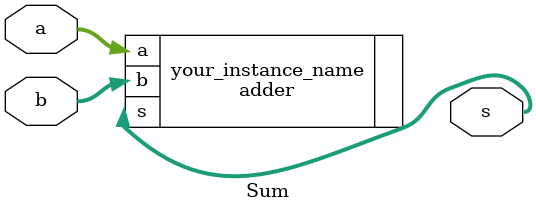
<source format=v>
`timescale 1ns / 1ns


module Sum(a,b,s
    );
input  [19 : 0] a;
input  [19 : 0] b;
output [20 : 0] s;
adder your_instance_name (
  .a(a), // input [19 : 0] a
  .b(b), // input [19 : 0] b
  .s(s) // output [20 : 0] s
);
endmodule

</source>
